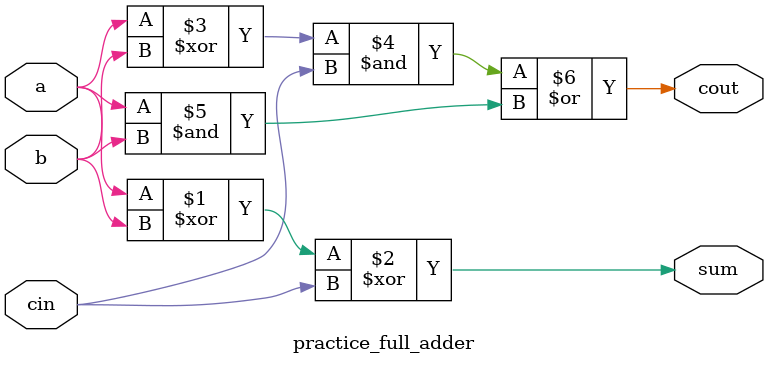
<source format=v>
module practice_full_adder(a,b,cin,sum,cout);

input a,b,cin;
output sum,cout;

assign sum = a^b^cin;
assign cout = (a^b)&cin|a&b;

endmodule 
</source>
